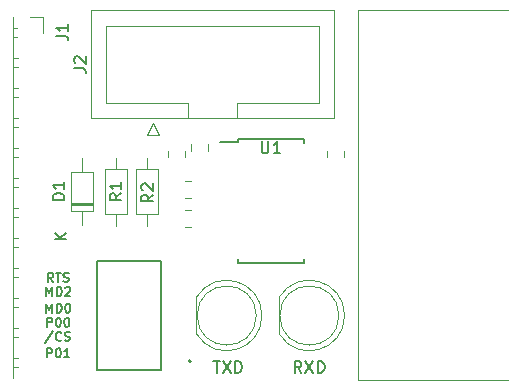
<source format=gto>
G04 #@! TF.GenerationSoftware,KiCad,Pcbnew,(5.1.7)-1*
G04 #@! TF.CreationDate,2023-02-23T23:14:07-08:00*
G04 #@! TF.ProjectId,MB9X-UART,4d423958-2d55-4415-9254-2e6b69636164,rev?*
G04 #@! TF.SameCoordinates,Original*
G04 #@! TF.FileFunction,Legend,Top*
G04 #@! TF.FilePolarity,Positive*
%FSLAX46Y46*%
G04 Gerber Fmt 4.6, Leading zero omitted, Abs format (unit mm)*
G04 Created by KiCad (PCBNEW (5.1.7)-1) date 2023-02-23 23:14:07*
%MOMM*%
%LPD*%
G01*
G04 APERTURE LIST*
%ADD10C,0.127000*%
%ADD11C,0.120000*%
%ADD12C,0.200000*%
%ADD13C,0.150000*%
%ADD14O,1.700000X1.700000*%
%ADD15R,1.700000X1.700000*%
%ADD16C,3.048000*%
%ADD17C,1.498600*%
%ADD18O,1.400000X1.400000*%
%ADD19C,1.400000*%
%ADD20R,1.270000X0.760000*%
%ADD21R,1.500000X0.600000*%
%ADD22C,1.700000*%
%ADD23C,1.800000*%
%ADD24R,1.800000X1.800000*%
%ADD25O,1.500000X1.500000*%
%ADD26R,1.500000X1.500000*%
G04 APERTURE END LIST*
D10*
X133582714Y-103344714D02*
X133328714Y-102981857D01*
X133147285Y-103344714D02*
X133147285Y-102582714D01*
X133437571Y-102582714D01*
X133510142Y-102619000D01*
X133546428Y-102655285D01*
X133582714Y-102727857D01*
X133582714Y-102836714D01*
X133546428Y-102909285D01*
X133510142Y-102945571D01*
X133437571Y-102981857D01*
X133147285Y-102981857D01*
X133800428Y-102582714D02*
X134235857Y-102582714D01*
X134018142Y-103344714D02*
X134018142Y-102582714D01*
X134453571Y-103308428D02*
X134562428Y-103344714D01*
X134743857Y-103344714D01*
X134816428Y-103308428D01*
X134852714Y-103272142D01*
X134889000Y-103199571D01*
X134889000Y-103127000D01*
X134852714Y-103054428D01*
X134816428Y-103018142D01*
X134743857Y-102981857D01*
X134598714Y-102945571D01*
X134526142Y-102909285D01*
X134489857Y-102873000D01*
X134453571Y-102800428D01*
X134453571Y-102727857D01*
X134489857Y-102655285D01*
X134526142Y-102619000D01*
X134598714Y-102582714D01*
X134780142Y-102582714D01*
X134889000Y-102619000D01*
X133002142Y-104544714D02*
X133002142Y-103782714D01*
X133256142Y-104327000D01*
X133510142Y-103782714D01*
X133510142Y-104544714D01*
X133873000Y-104544714D02*
X133873000Y-103782714D01*
X134054428Y-103782714D01*
X134163285Y-103819000D01*
X134235857Y-103891571D01*
X134272142Y-103964142D01*
X134308428Y-104109285D01*
X134308428Y-104218142D01*
X134272142Y-104363285D01*
X134235857Y-104435857D01*
X134163285Y-104508428D01*
X134054428Y-104544714D01*
X133873000Y-104544714D01*
X134598714Y-103855285D02*
X134635000Y-103819000D01*
X134707571Y-103782714D01*
X134889000Y-103782714D01*
X134961571Y-103819000D01*
X134997857Y-103855285D01*
X135034142Y-103927857D01*
X135034142Y-104000428D01*
X134997857Y-104109285D01*
X134562428Y-104544714D01*
X135034142Y-104544714D01*
X133002142Y-105944714D02*
X133002142Y-105182714D01*
X133256142Y-105727000D01*
X133510142Y-105182714D01*
X133510142Y-105944714D01*
X133873000Y-105944714D02*
X133873000Y-105182714D01*
X134054428Y-105182714D01*
X134163285Y-105219000D01*
X134235857Y-105291571D01*
X134272142Y-105364142D01*
X134308428Y-105509285D01*
X134308428Y-105618142D01*
X134272142Y-105763285D01*
X134235857Y-105835857D01*
X134163285Y-105908428D01*
X134054428Y-105944714D01*
X133873000Y-105944714D01*
X134780142Y-105182714D02*
X134852714Y-105182714D01*
X134925285Y-105219000D01*
X134961571Y-105255285D01*
X134997857Y-105327857D01*
X135034142Y-105473000D01*
X135034142Y-105654428D01*
X134997857Y-105799571D01*
X134961571Y-105872142D01*
X134925285Y-105908428D01*
X134852714Y-105944714D01*
X134780142Y-105944714D01*
X134707571Y-105908428D01*
X134671285Y-105872142D01*
X134635000Y-105799571D01*
X134598714Y-105654428D01*
X134598714Y-105473000D01*
X134635000Y-105327857D01*
X134671285Y-105255285D01*
X134707571Y-105219000D01*
X134780142Y-105182714D01*
X133074714Y-107144714D02*
X133074714Y-106382714D01*
X133365000Y-106382714D01*
X133437571Y-106419000D01*
X133473857Y-106455285D01*
X133510142Y-106527857D01*
X133510142Y-106636714D01*
X133473857Y-106709285D01*
X133437571Y-106745571D01*
X133365000Y-106781857D01*
X133074714Y-106781857D01*
X133981857Y-106382714D02*
X134054428Y-106382714D01*
X134127000Y-106419000D01*
X134163285Y-106455285D01*
X134199571Y-106527857D01*
X134235857Y-106673000D01*
X134235857Y-106854428D01*
X134199571Y-106999571D01*
X134163285Y-107072142D01*
X134127000Y-107108428D01*
X134054428Y-107144714D01*
X133981857Y-107144714D01*
X133909285Y-107108428D01*
X133873000Y-107072142D01*
X133836714Y-106999571D01*
X133800428Y-106854428D01*
X133800428Y-106673000D01*
X133836714Y-106527857D01*
X133873000Y-106455285D01*
X133909285Y-106419000D01*
X133981857Y-106382714D01*
X134707571Y-106382714D02*
X134780142Y-106382714D01*
X134852714Y-106419000D01*
X134889000Y-106455285D01*
X134925285Y-106527857D01*
X134961571Y-106673000D01*
X134961571Y-106854428D01*
X134925285Y-106999571D01*
X134889000Y-107072142D01*
X134852714Y-107108428D01*
X134780142Y-107144714D01*
X134707571Y-107144714D01*
X134635000Y-107108428D01*
X134598714Y-107072142D01*
X134562428Y-106999571D01*
X134526142Y-106854428D01*
X134526142Y-106673000D01*
X134562428Y-106527857D01*
X134598714Y-106455285D01*
X134635000Y-106419000D01*
X134707571Y-106382714D01*
X133582714Y-107546428D02*
X132929571Y-108526142D01*
X134272142Y-108272142D02*
X134235857Y-108308428D01*
X134127000Y-108344714D01*
X134054428Y-108344714D01*
X133945571Y-108308428D01*
X133873000Y-108235857D01*
X133836714Y-108163285D01*
X133800428Y-108018142D01*
X133800428Y-107909285D01*
X133836714Y-107764142D01*
X133873000Y-107691571D01*
X133945571Y-107619000D01*
X134054428Y-107582714D01*
X134127000Y-107582714D01*
X134235857Y-107619000D01*
X134272142Y-107655285D01*
X134562428Y-108308428D02*
X134671285Y-108344714D01*
X134852714Y-108344714D01*
X134925285Y-108308428D01*
X134961571Y-108272142D01*
X134997857Y-108199571D01*
X134997857Y-108127000D01*
X134961571Y-108054428D01*
X134925285Y-108018142D01*
X134852714Y-107981857D01*
X134707571Y-107945571D01*
X134635000Y-107909285D01*
X134598714Y-107873000D01*
X134562428Y-107800428D01*
X134562428Y-107727857D01*
X134598714Y-107655285D01*
X134635000Y-107619000D01*
X134707571Y-107582714D01*
X134889000Y-107582714D01*
X134997857Y-107619000D01*
X133074714Y-109744714D02*
X133074714Y-108982714D01*
X133365000Y-108982714D01*
X133437571Y-109019000D01*
X133473857Y-109055285D01*
X133510142Y-109127857D01*
X133510142Y-109236714D01*
X133473857Y-109309285D01*
X133437571Y-109345571D01*
X133365000Y-109381857D01*
X133074714Y-109381857D01*
X133981857Y-108982714D02*
X134054428Y-108982714D01*
X134127000Y-109019000D01*
X134163285Y-109055285D01*
X134199571Y-109127857D01*
X134235857Y-109273000D01*
X134235857Y-109454428D01*
X134199571Y-109599571D01*
X134163285Y-109672142D01*
X134127000Y-109708428D01*
X134054428Y-109744714D01*
X133981857Y-109744714D01*
X133909285Y-109708428D01*
X133873000Y-109672142D01*
X133836714Y-109599571D01*
X133800428Y-109454428D01*
X133800428Y-109273000D01*
X133836714Y-109127857D01*
X133873000Y-109055285D01*
X133909285Y-109019000D01*
X133981857Y-108982714D01*
X134961571Y-109744714D02*
X134526142Y-109744714D01*
X134743857Y-109744714D02*
X134743857Y-108982714D01*
X134671285Y-109091571D01*
X134598714Y-109164142D01*
X134526142Y-109200428D01*
D11*
X130190000Y-81890000D02*
X130540000Y-81890000D01*
X130190000Y-82610000D02*
X130540000Y-82610000D01*
X130190000Y-84430000D02*
X130600000Y-84430000D01*
X130190000Y-85150000D02*
X130600000Y-85150000D01*
X130190000Y-86970000D02*
X130600000Y-86970000D01*
X130190000Y-87690000D02*
X130600000Y-87690000D01*
X130190000Y-89510000D02*
X130600000Y-89510000D01*
X130190000Y-90230000D02*
X130600000Y-90230000D01*
X130190000Y-92050000D02*
X130600000Y-92050000D01*
X130190000Y-92770000D02*
X130600000Y-92770000D01*
X130190000Y-94590000D02*
X130600000Y-94590000D01*
X130190000Y-95310000D02*
X130600000Y-95310000D01*
X130190000Y-97130000D02*
X130600000Y-97130000D01*
X130190000Y-97850000D02*
X130600000Y-97850000D01*
X130190000Y-99670000D02*
X130600000Y-99670000D01*
X130190000Y-100390000D02*
X130600000Y-100390000D01*
X130190000Y-102210000D02*
X130600000Y-102210000D01*
X130190000Y-102930000D02*
X130600000Y-102930000D01*
X130190000Y-104750000D02*
X130600000Y-104750000D01*
X130190000Y-105470000D02*
X130600000Y-105470000D01*
X130190000Y-107290000D02*
X130600000Y-107290000D01*
X130190000Y-108010000D02*
X130600000Y-108010000D01*
X130190000Y-109830000D02*
X130600000Y-109830000D01*
X130190000Y-110550000D02*
X130600000Y-110550000D01*
X130190000Y-80920000D02*
X130190000Y-111520000D01*
X132760000Y-80920000D02*
X132760000Y-82250000D01*
X131650000Y-80920000D02*
X132760000Y-80920000D01*
X172127000Y-80340900D02*
X159376200Y-80340900D01*
X159376200Y-111659100D02*
X172127000Y-111659100D01*
X159376200Y-80340900D02*
X159376200Y-111659100D01*
X141500000Y-98580000D02*
X141500000Y-97630000D01*
X141500000Y-92840000D02*
X141500000Y-93790000D01*
X142420000Y-97630000D02*
X142420000Y-93790000D01*
X140580000Y-97630000D02*
X142420000Y-97630000D01*
X140580000Y-93790000D02*
X140580000Y-97630000D01*
X142420000Y-93790000D02*
X140580000Y-93790000D01*
X138900000Y-98580000D02*
X138900000Y-97630000D01*
X138900000Y-92840000D02*
X138900000Y-93790000D01*
X139820000Y-97630000D02*
X139820000Y-93790000D01*
X137980000Y-97630000D02*
X139820000Y-97630000D01*
X137980000Y-93790000D02*
X137980000Y-97630000D01*
X139820000Y-93790000D02*
X137980000Y-93790000D01*
D10*
X137300000Y-110795000D02*
X142700000Y-110795000D01*
X142700000Y-101605000D02*
X137300000Y-101605000D01*
D12*
X145250000Y-110055000D02*
G75*
G03*
X145250000Y-110055000I-100000J0D01*
G01*
D10*
X142700000Y-110795000D02*
X142700000Y-101605000D01*
X137300000Y-110795000D02*
X137300000Y-101605000D01*
D13*
X149225000Y-91225000D02*
X149225000Y-91500000D01*
X154775000Y-91225000D02*
X154775000Y-91580000D01*
X154775000Y-101775000D02*
X154775000Y-101420000D01*
X149225000Y-101775000D02*
X149225000Y-101420000D01*
X149225000Y-91225000D02*
X154775000Y-91225000D01*
X149225000Y-101775000D02*
X154775000Y-101775000D01*
X149225000Y-91500000D02*
X147700000Y-91500000D01*
D11*
X136790000Y-89490000D02*
X136790000Y-80370000D01*
X136790000Y-80370000D02*
X157370000Y-80370000D01*
X157370000Y-80370000D02*
X157370000Y-89490000D01*
X157370000Y-89490000D02*
X136790000Y-89490000D01*
X145030000Y-89490000D02*
X145030000Y-88180000D01*
X145030000Y-88180000D02*
X138090000Y-88180000D01*
X138090000Y-88180000D02*
X138090000Y-81680000D01*
X138090000Y-81680000D02*
X156070000Y-81680000D01*
X156070000Y-81680000D02*
X156070000Y-88180000D01*
X156070000Y-88180000D02*
X149130000Y-88180000D01*
X149130000Y-88180000D02*
X149130000Y-88180000D01*
X149130000Y-88180000D02*
X149130000Y-89490000D01*
X142000000Y-89880000D02*
X141500000Y-90880000D01*
X141500000Y-90880000D02*
X142500000Y-90880000D01*
X142500000Y-90880000D02*
X142000000Y-89880000D01*
X157770000Y-106200000D02*
G75*
G03*
X157770000Y-106200000I-2500000J0D01*
G01*
X152710000Y-104655000D02*
X152710000Y-107745000D01*
X158260000Y-106199538D02*
G75*
G02*
X152710000Y-107744830I-2990000J-462D01*
G01*
X158260000Y-106200462D02*
G75*
G03*
X152710000Y-104655170I-2990000J462D01*
G01*
X150770000Y-106200000D02*
G75*
G03*
X150770000Y-106200000I-2500000J0D01*
G01*
X145710000Y-104655000D02*
X145710000Y-107745000D01*
X151260000Y-106199538D02*
G75*
G02*
X145710000Y-107744830I-2990000J-462D01*
G01*
X151260000Y-106200462D02*
G75*
G03*
X145710000Y-104655170I-2990000J462D01*
G01*
X135080000Y-97330000D02*
X136920000Y-97330000D01*
X136920000Y-97330000D02*
X136920000Y-94050000D01*
X136920000Y-94050000D02*
X135080000Y-94050000D01*
X135080000Y-94050000D02*
X135080000Y-97330000D01*
X136000000Y-98510000D02*
X136000000Y-97330000D01*
X136000000Y-92870000D02*
X136000000Y-94050000D01*
X135080000Y-96754000D02*
X136920000Y-96754000D01*
X135080000Y-96634000D02*
X136920000Y-96634000D01*
X135080000Y-96874000D02*
X136920000Y-96874000D01*
X158210000Y-92238748D02*
X158210000Y-92761252D01*
X156790000Y-92238748D02*
X156790000Y-92761252D01*
X146710000Y-91713748D02*
X146710000Y-92236252D01*
X145290000Y-91713748D02*
X145290000Y-92236252D01*
X145261252Y-96210000D02*
X144738748Y-96210000D01*
X145261252Y-94790000D02*
X144738748Y-94790000D01*
X145286252Y-98710000D02*
X144763748Y-98710000D01*
X145286252Y-97290000D02*
X144763748Y-97290000D01*
X144710000Y-92263748D02*
X144710000Y-92786252D01*
X143290000Y-92263748D02*
X143290000Y-92786252D01*
D13*
X133852380Y-82533333D02*
X134566666Y-82533333D01*
X134709523Y-82580952D01*
X134804761Y-82676190D01*
X134852380Y-82819047D01*
X134852380Y-82914285D01*
X134852380Y-81533333D02*
X134852380Y-82104761D01*
X134852380Y-81819047D02*
X133852380Y-81819047D01*
X133995238Y-81914285D01*
X134090476Y-82009523D01*
X134138095Y-82104761D01*
X142052380Y-95966666D02*
X141576190Y-96300000D01*
X142052380Y-96538095D02*
X141052380Y-96538095D01*
X141052380Y-96157142D01*
X141100000Y-96061904D01*
X141147619Y-96014285D01*
X141242857Y-95966666D01*
X141385714Y-95966666D01*
X141480952Y-96014285D01*
X141528571Y-96061904D01*
X141576190Y-96157142D01*
X141576190Y-96538095D01*
X141147619Y-95585714D02*
X141100000Y-95538095D01*
X141052380Y-95442857D01*
X141052380Y-95204761D01*
X141100000Y-95109523D01*
X141147619Y-95061904D01*
X141242857Y-95014285D01*
X141338095Y-95014285D01*
X141480952Y-95061904D01*
X142052380Y-95633333D01*
X142052380Y-95014285D01*
X139352380Y-95866666D02*
X138876190Y-96200000D01*
X139352380Y-96438095D02*
X138352380Y-96438095D01*
X138352380Y-96057142D01*
X138400000Y-95961904D01*
X138447619Y-95914285D01*
X138542857Y-95866666D01*
X138685714Y-95866666D01*
X138780952Y-95914285D01*
X138828571Y-95961904D01*
X138876190Y-96057142D01*
X138876190Y-96438095D01*
X139352380Y-94914285D02*
X139352380Y-95485714D01*
X139352380Y-95200000D02*
X138352380Y-95200000D01*
X138495238Y-95295238D01*
X138590476Y-95390476D01*
X138638095Y-95485714D01*
X151238095Y-91452380D02*
X151238095Y-92261904D01*
X151285714Y-92357142D01*
X151333333Y-92404761D01*
X151428571Y-92452380D01*
X151619047Y-92452380D01*
X151714285Y-92404761D01*
X151761904Y-92357142D01*
X151809523Y-92261904D01*
X151809523Y-91452380D01*
X152809523Y-92452380D02*
X152238095Y-92452380D01*
X152523809Y-92452380D02*
X152523809Y-91452380D01*
X152428571Y-91595238D01*
X152333333Y-91690476D01*
X152238095Y-91738095D01*
X135352380Y-85263333D02*
X136066666Y-85263333D01*
X136209523Y-85310952D01*
X136304761Y-85406190D01*
X136352380Y-85549047D01*
X136352380Y-85644285D01*
X135447619Y-84834761D02*
X135400000Y-84787142D01*
X135352380Y-84691904D01*
X135352380Y-84453809D01*
X135400000Y-84358571D01*
X135447619Y-84310952D01*
X135542857Y-84263333D01*
X135638095Y-84263333D01*
X135780952Y-84310952D01*
X136352380Y-84882380D01*
X136352380Y-84263333D01*
X154603333Y-111052380D02*
X154270000Y-110576190D01*
X154031904Y-111052380D02*
X154031904Y-110052380D01*
X154412857Y-110052380D01*
X154508095Y-110100000D01*
X154555714Y-110147619D01*
X154603333Y-110242857D01*
X154603333Y-110385714D01*
X154555714Y-110480952D01*
X154508095Y-110528571D01*
X154412857Y-110576190D01*
X154031904Y-110576190D01*
X154936666Y-110052380D02*
X155603333Y-111052380D01*
X155603333Y-110052380D02*
X154936666Y-111052380D01*
X155984285Y-111052380D02*
X155984285Y-110052380D01*
X156222380Y-110052380D01*
X156365238Y-110100000D01*
X156460476Y-110195238D01*
X156508095Y-110290476D01*
X156555714Y-110480952D01*
X156555714Y-110623809D01*
X156508095Y-110814285D01*
X156460476Y-110909523D01*
X156365238Y-111004761D01*
X156222380Y-111052380D01*
X155984285Y-111052380D01*
X147138095Y-110052380D02*
X147709523Y-110052380D01*
X147423809Y-111052380D02*
X147423809Y-110052380D01*
X147947619Y-110052380D02*
X148614285Y-111052380D01*
X148614285Y-110052380D02*
X147947619Y-111052380D01*
X148995238Y-111052380D02*
X148995238Y-110052380D01*
X149233333Y-110052380D01*
X149376190Y-110100000D01*
X149471428Y-110195238D01*
X149519047Y-110290476D01*
X149566666Y-110480952D01*
X149566666Y-110623809D01*
X149519047Y-110814285D01*
X149471428Y-110909523D01*
X149376190Y-111004761D01*
X149233333Y-111052380D01*
X148995238Y-111052380D01*
X134532380Y-96428095D02*
X133532380Y-96428095D01*
X133532380Y-96190000D01*
X133580000Y-96047142D01*
X133675238Y-95951904D01*
X133770476Y-95904285D01*
X133960952Y-95856666D01*
X134103809Y-95856666D01*
X134294285Y-95904285D01*
X134389523Y-95951904D01*
X134484761Y-96047142D01*
X134532380Y-96190000D01*
X134532380Y-96428095D01*
X134532380Y-94904285D02*
X134532380Y-95475714D01*
X134532380Y-95190000D02*
X133532380Y-95190000D01*
X133675238Y-95285238D01*
X133770476Y-95380476D01*
X133818095Y-95475714D01*
X134702380Y-99761904D02*
X133702380Y-99761904D01*
X134702380Y-99190476D02*
X134130952Y-99619047D01*
X133702380Y-99190476D02*
X134273809Y-99761904D01*
%LPC*%
D14*
X131650000Y-110190000D03*
X131650000Y-107650000D03*
X131650000Y-105110000D03*
X131650000Y-102570000D03*
X131650000Y-100030000D03*
X131650000Y-97490000D03*
X131650000Y-94950000D03*
X131650000Y-92410000D03*
X131650000Y-89870000D03*
X131650000Y-87330000D03*
X131650000Y-84790000D03*
D15*
X131650000Y-82250000D03*
D16*
X162500002Y-108495000D03*
X162500002Y-83505000D03*
D17*
X163920001Y-100154998D03*
X163920001Y-97384998D03*
X163920001Y-94614999D03*
X163920001Y-91844999D03*
X161080002Y-101539999D03*
X161080002Y-98770000D03*
X161080002Y-96000000D03*
X161080002Y-93230000D03*
X161080002Y-90460001D03*
D18*
X141500000Y-99520000D03*
D19*
X141500000Y-91900000D03*
D18*
X138900000Y-99520000D03*
D19*
X138900000Y-91900000D03*
D20*
X143810000Y-109375000D03*
X143810000Y-108105000D03*
X143810000Y-106835000D03*
X136190000Y-106835000D03*
X136190000Y-108105000D03*
X136190000Y-109375000D03*
X143810000Y-105565000D03*
X136190000Y-105565000D03*
X143810000Y-104295000D03*
X136190000Y-104295000D03*
X143810000Y-103025000D03*
X136190000Y-103025000D03*
D21*
X155550000Y-92055000D03*
X155550000Y-93325000D03*
X155550000Y-94595000D03*
X155550000Y-95865000D03*
X155550000Y-97135000D03*
X155550000Y-98405000D03*
X155550000Y-99675000D03*
X155550000Y-100945000D03*
X148450000Y-100945000D03*
X148450000Y-99675000D03*
X148450000Y-98405000D03*
X148450000Y-97135000D03*
X148450000Y-95865000D03*
X148450000Y-94595000D03*
X148450000Y-93325000D03*
X148450000Y-92055000D03*
D22*
X152160000Y-83660000D03*
X149620000Y-83660000D03*
X147080000Y-83660000D03*
X144540000Y-83660000D03*
X142000000Y-83660000D03*
X152160000Y-86200000D03*
X149620000Y-86200000D03*
X147080000Y-86200000D03*
X144540000Y-86200000D03*
G36*
G01*
X142600000Y-87050000D02*
X141400000Y-87050000D01*
G75*
G02*
X141150000Y-86800000I0J250000D01*
G01*
X141150000Y-85600000D01*
G75*
G02*
X141400000Y-85350000I250000J0D01*
G01*
X142600000Y-85350000D01*
G75*
G02*
X142850000Y-85600000I0J-250000D01*
G01*
X142850000Y-86800000D01*
G75*
G02*
X142600000Y-87050000I-250000J0D01*
G01*
G37*
D23*
X156540000Y-106200000D03*
D24*
X154000000Y-106200000D03*
D23*
X149540000Y-106200000D03*
D24*
X147000000Y-106200000D03*
D25*
X136000000Y-91880000D03*
D26*
X136000000Y-99500000D03*
G36*
G01*
X157049999Y-92950000D02*
X157950001Y-92950000D01*
G75*
G02*
X158200000Y-93199999I0J-249999D01*
G01*
X158200000Y-93850001D01*
G75*
G02*
X157950001Y-94100000I-249999J0D01*
G01*
X157049999Y-94100000D01*
G75*
G02*
X156800000Y-93850001I0J249999D01*
G01*
X156800000Y-93199999D01*
G75*
G02*
X157049999Y-92950000I249999J0D01*
G01*
G37*
G36*
G01*
X157049999Y-90900000D02*
X157950001Y-90900000D01*
G75*
G02*
X158200000Y-91149999I0J-249999D01*
G01*
X158200000Y-91800001D01*
G75*
G02*
X157950001Y-92050000I-249999J0D01*
G01*
X157049999Y-92050000D01*
G75*
G02*
X156800000Y-91800001I0J249999D01*
G01*
X156800000Y-91149999D01*
G75*
G02*
X157049999Y-90900000I249999J0D01*
G01*
G37*
G36*
G01*
X145549999Y-92425000D02*
X146450001Y-92425000D01*
G75*
G02*
X146700000Y-92674999I0J-249999D01*
G01*
X146700000Y-93325001D01*
G75*
G02*
X146450001Y-93575000I-249999J0D01*
G01*
X145549999Y-93575000D01*
G75*
G02*
X145300000Y-93325001I0J249999D01*
G01*
X145300000Y-92674999D01*
G75*
G02*
X145549999Y-92425000I249999J0D01*
G01*
G37*
G36*
G01*
X145549999Y-90375000D02*
X146450001Y-90375000D01*
G75*
G02*
X146700000Y-90624999I0J-249999D01*
G01*
X146700000Y-91275001D01*
G75*
G02*
X146450001Y-91525000I-249999J0D01*
G01*
X145549999Y-91525000D01*
G75*
G02*
X145300000Y-91275001I0J249999D01*
G01*
X145300000Y-90624999D01*
G75*
G02*
X145549999Y-90375000I249999J0D01*
G01*
G37*
G36*
G01*
X144550000Y-95049999D02*
X144550000Y-95950001D01*
G75*
G02*
X144300001Y-96200000I-249999J0D01*
G01*
X143649999Y-96200000D01*
G75*
G02*
X143400000Y-95950001I0J249999D01*
G01*
X143400000Y-95049999D01*
G75*
G02*
X143649999Y-94800000I249999J0D01*
G01*
X144300001Y-94800000D01*
G75*
G02*
X144550000Y-95049999I0J-249999D01*
G01*
G37*
G36*
G01*
X146600000Y-95049999D02*
X146600000Y-95950001D01*
G75*
G02*
X146350001Y-96200000I-249999J0D01*
G01*
X145699999Y-96200000D01*
G75*
G02*
X145450000Y-95950001I0J249999D01*
G01*
X145450000Y-95049999D01*
G75*
G02*
X145699999Y-94800000I249999J0D01*
G01*
X146350001Y-94800000D01*
G75*
G02*
X146600000Y-95049999I0J-249999D01*
G01*
G37*
G36*
G01*
X144575000Y-97549999D02*
X144575000Y-98450001D01*
G75*
G02*
X144325001Y-98700000I-249999J0D01*
G01*
X143674999Y-98700000D01*
G75*
G02*
X143425000Y-98450001I0J249999D01*
G01*
X143425000Y-97549999D01*
G75*
G02*
X143674999Y-97300000I249999J0D01*
G01*
X144325001Y-97300000D01*
G75*
G02*
X144575000Y-97549999I0J-249999D01*
G01*
G37*
G36*
G01*
X146625000Y-97549999D02*
X146625000Y-98450001D01*
G75*
G02*
X146375001Y-98700000I-249999J0D01*
G01*
X145724999Y-98700000D01*
G75*
G02*
X145475000Y-98450001I0J249999D01*
G01*
X145475000Y-97549999D01*
G75*
G02*
X145724999Y-97300000I249999J0D01*
G01*
X146375001Y-97300000D01*
G75*
G02*
X146625000Y-97549999I0J-249999D01*
G01*
G37*
G36*
G01*
X143549999Y-92975000D02*
X144450001Y-92975000D01*
G75*
G02*
X144700000Y-93224999I0J-249999D01*
G01*
X144700000Y-93875001D01*
G75*
G02*
X144450001Y-94125000I-249999J0D01*
G01*
X143549999Y-94125000D01*
G75*
G02*
X143300000Y-93875001I0J249999D01*
G01*
X143300000Y-93224999D01*
G75*
G02*
X143549999Y-92975000I249999J0D01*
G01*
G37*
G36*
G01*
X143549999Y-90925000D02*
X144450001Y-90925000D01*
G75*
G02*
X144700000Y-91174999I0J-249999D01*
G01*
X144700000Y-91825001D01*
G75*
G02*
X144450001Y-92075000I-249999J0D01*
G01*
X143549999Y-92075000D01*
G75*
G02*
X143300000Y-91825001I0J249999D01*
G01*
X143300000Y-91174999D01*
G75*
G02*
X143549999Y-90925000I249999J0D01*
G01*
G37*
M02*

</source>
